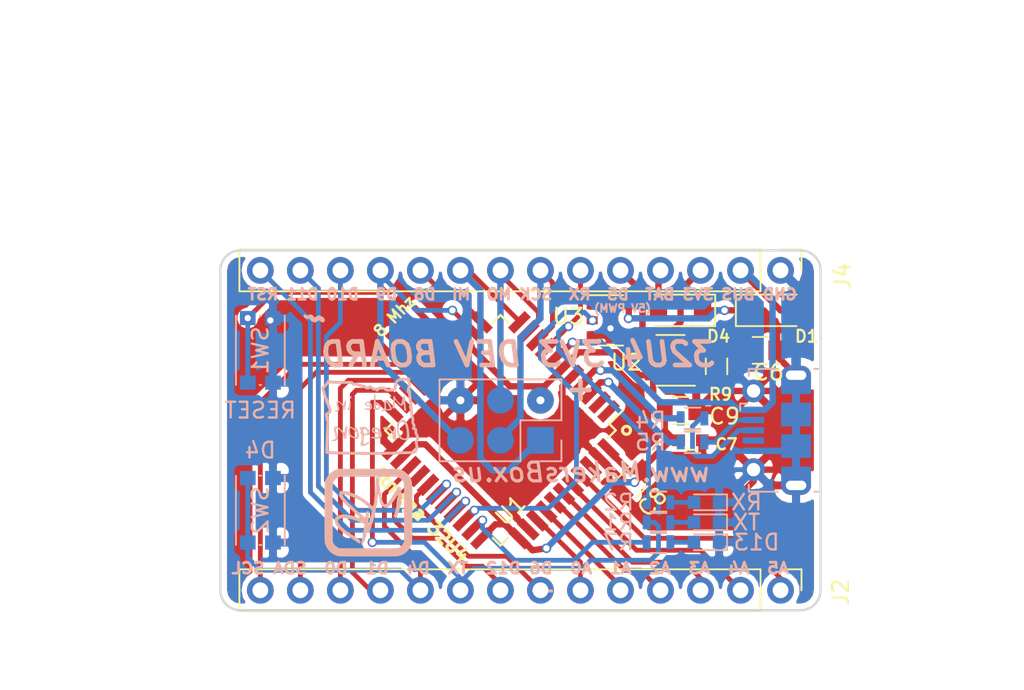
<source format=kicad_pcb>
(kicad_pcb (version 4) (host pcbnew 4.0.7)
  (layers (0 F.Cu signal) (31 B.Cu signal) (34 B.Paste user) (35 F.Paste user) (36 B.SilkS user) (37 F.SilkS user) (38 B.Mask user) (39 F.Mask user) (44 Edge.Cuts user))
  (net 0 "")
  (net 1 GND)
  (net 2 +3V3)
  (net 3 /AREF)
  (net 4 VBUS)
  (net 5 "Net-(D2-Pad2)")
  (net 6 +BATT)
  (net 7 /D4)
  (net 8 /D6)
  (net 9 /D8)
  (net 10 /D13)
  (net 11 /D12)
  (net 12 /D11)
  (net 13 /D10)
  (net 14 /D9)
  (net 15 /D7)
  (net 16 /SCL)
  (net 17 /SDA)
  (net 18 /D1)
  (net 19 /D0)
  (net 20 /A0)
  (net 21 /A1)
  (net 22 /A2)
  (net 23 /A3)
  (net 24 /A4)
  (net 25 /A5)
  (net 26 /SCK)
  (net 27 /MOSI)
  (net 28 /MISO)
  (net 29 "Net-(R4-Pad1)")
  (net 30 "Net-(R4-Pad2)")
  (net 31 "Net-(R5-Pad1)")
  (net 32 "Net-(R5-Pad2)")
  (net 33 "Net-(R9-Pad1)")
  (net 34 "Net-(U1-Pad2)")
  (net 35 "Net-(U1-Pad16)")
  (net 36 "Net-(U1-Pad17)")
  (net 37 /D5)
  (net 38 "Net-(U2-Pad4)")
  (net 39 "Net-(X3-Pad4)")
  (net 40 /RXLED)
  (net 41 /TXLED)
  (net 42 "Net-(D3-Pad2)")
  (net 43 "Net-(D5-Pad2)")
  (net 44 /VHI)
  (net 45 /D5_5V)
  (net 46 /~RESET)
  (module footprints:Resonator_SMD_CTSC_1.3mmx3.2mm (layer F.Cu) (at 141.605 91.44 45)
    (fp_text reference Y1 hide)
    (fp_text value "8 Mhz" (at -0.089803 -1.347038 45) (layer F.SilkS) (effects (font (size 0.7 0.7))))
    (pad 1 smd rect (at -1.2 0 45) (size 0.4 1.8) (layers F.Cu F.Paste F.Mask) (net 36 "Net-(U1-Pad17)"))
    (pad 2 smd rect (at 0 0 45) (size 0.4 1.8) (layers F.Cu F.Paste F.Mask) (net 1 GND))
    (pad 3 smd rect (at 1.2 0 45) (size 0.4 1.8) (layers F.Cu F.Paste F.Mask) (net 35 "Net-(U1-Pad16)"))
  )
  (module Pin_Headers:Pin_Header_Straight_2x03_Pitch2.54mm (layer B.Cu) (at 149.86 98.425 90)
    (fp_text reference CON1 hide)
    (fp_text value AVR-ISP-6)
    (pad 1 smd rect (at 0 0 90) (size 1.7 1.7) (layers B.Cu B.Paste B.Mask) (net 28 /MISO))
    (pad 2 thru_hole oval (at 2.54 0 90) (size 1.7 1.7) (drill 0.508) (layers *.Cu *.Mask) (net 2 +3V3))
    (pad 3 smd oval (at 0 -2.54 90) (size 1.7 1.7) (layers B.Cu B.Paste B.Mask) (net 26 /SCK))
    (pad 4 smd oval (at 2.54 -2.54 90) (size 1.7 1.7) (layers B.Cu B.Paste B.Mask) (net 27 /MOSI))
    (pad 5 smd oval (at 0 -5.08 90) (size 1.7 1.7) (layers B.Cu B.Paste B.Mask) (net 46 /~RESET))
    (pad 6 thru_hole oval (at 2.54 -5.08 90) (size 1.7 1.7) (drill 0.508) (layers *.Cu *.Mask) (net 1 GND))
  )
  (module Housings_SSOP:TSOP-5_1.65x3.05mm_Pitch0.95mm (layer F.Cu) (at 154.305 90.805)
    (fp_text reference U3 (at -2.667 -0.254) (layer F.SilkS))
    (fp_text value 74HCT1G125)
    (pad 1 smd rect (at -1.16 -0.95) (size 0.7 0.51) (layers F.Cu F.Paste F.Mask) (net 1 GND))
    (pad 2 smd rect (at -1.16 0) (size 0.7 0.51) (layers F.Cu F.Paste F.Mask) (net 37 /D5))
    (pad 3 smd rect (at -1.16 0.95) (size 0.7 0.51) (layers F.Cu F.Paste F.Mask) (net 1 GND))
    (pad 4 smd rect (at 1.16 0.95) (size 0.7 0.51) (layers F.Cu F.Paste F.Mask) (net 45 /D5_5V))
    (pad 5 smd rect (at 1.16 -0.95) (size 0.7 0.51) (layers F.Cu F.Paste F.Mask) (net 44 /VHI))
  )
  (module Capacitors_SMD:C_0805 (layer F.Cu) (at 163.83 92.71)
    (fp_text reference C6 (at 0.508 1.397) (layer F.SilkS))
    (fp_text value 10uF)
    (pad 1 smd rect (at -1 0) (size 1 1.25) (layers F.Cu F.Paste F.Mask) (net 44 /VHI))
    (pad 2 smd rect (at 1 0) (size 1 1.25) (layers F.Cu F.Paste F.Mask) (net 1 GND))
  )
  (module Capacitors_SMD:C_0603 (layer F.Cu) (at 159.385 98.425)
    (fp_text reference C7 (at 2.286 0.254) (layer F.SilkS) (effects (font (size 0.7 0.7))))
    (fp_text value 1uF)
    (pad 2 smd rect (at 0.75 0) (size 0.8 0.75) (layers F.Cu F.Paste F.Mask) (net 1 GND))
    (pad 1 smd rect (at -0.75 0) (size 0.8 0.75) (layers F.Cu F.Paste F.Mask) (net 2 +3V3))
  )
  (module Capacitors_SMD:C_0805 (layer F.Cu) (at 155.702 101.092 225)
    (fp_text reference C8 (at 0 -1.796051 225) (layer F.SilkS))
    (fp_text value 10uF)
    (pad 1 smd rect (at -1 0 225) (size 1 1.25) (layers F.Cu F.Paste F.Mask) (net 2 +3V3))
    (pad 2 smd rect (at 1 0 225) (size 1 1.25) (layers F.Cu F.Paste F.Mask) (net 1 GND))
  )
  (module Capacitors_SMD:C_0805 (layer F.Cu) (at 158.75 96.52)
    (fp_text reference C9 (at 2.794 0.381) (layer F.SilkS))
    (fp_text value 10uF)
    (pad 1 smd rect (at -1 0) (size 1 1.25) (layers F.Cu F.Paste F.Mask) (net 2 +3V3))
    (pad 2 smd rect (at 1 0) (size 1 1.25) (layers F.Cu F.Paste F.Mask) (net 1 GND))
  )
  (module Diodes_SMD:D_SOD-123F (layer F.Cu) (at 164.465 90.17)
    (fp_text reference D1 (at 2.286 1.651) (layer F.SilkS) (effects (font (size 0.75 0.75))))
    (fp_text value MBR120)
    (pad 1 smd rect (at -1.4 0) (size 1.1 1.1) (layers F.Cu F.Paste F.Mask) (net 44 /VHI))
    (pad 2 smd rect (at 1.4 0) (size 1.1 1.1) (layers F.Cu F.Paste F.Mask) (net 4 VBUS))
  )
  (module LEDs:LED_0603 (layer B.Cu) (at 160.401 104.902 180)
    (fp_text reference D2 hide)
    (fp_text value D13 (at -3.175 0 180) (layer B.SilkS) (effects (justify mirror)))
    (pad 2 smd rect (at 0.8 0) (size 0.8 0.8) (layers B.Cu B.Paste B.Mask) (net 5 "Net-(D2-Pad2)"))
    (pad 1 smd rect (at -0.8 0) (size 0.8 0.8) (layers B.Cu B.Paste B.Mask) (net 1 GND))
  )
  (module Diodes_SMD:D_SOD-123F (layer F.Cu) (at 158.75 90.17 180)
    (fp_text reference D4 (at -2.413 -1.651 180) (layer F.SilkS) (effects (font (size 0.75 0.75))))
    (fp_text value MBR120)
    (pad 1 smd rect (at -1.4 0 180) (size 1.1 1.1) (layers F.Cu F.Paste F.Mask) (net 44 /VHI))
    (pad 2 smd rect (at 1.4 0 180) (size 1.1 1.1) (layers F.Cu F.Paste F.Mask) (net 6 +BATT))
  )
  (module Pin_Headers:Pin_Header_Straight_1x14_Pitch2.54mm (layer F.Cu) (at 165.1 107.95 270)
    (fp_text reference J2 (at 0.127 -3.81 270) (layer F.SilkS))
    (fp_text value Conn_01x14)
    (pad 1 thru_hole circle (at 0 0 270) (size 1.7 1.7) (drill 1) (layers *.Cu *.Mask) (net 25 /A5))
    (pad 2 thru_hole oval (at 0 2.54 270) (size 1.7 1.7) (drill 1) (layers *.Cu *.Mask) (net 24 /A4))
    (pad 3 thru_hole oval (at 0 5.08 270) (size 1.7 1.7) (drill 1) (layers *.Cu *.Mask) (net 23 /A3))
    (pad 4 thru_hole oval (at 0 7.62 270) (size 1.7 1.7) (drill 1) (layers *.Cu *.Mask) (net 22 /A2))
    (pad 5 thru_hole oval (at 0 10.16 270) (size 1.7 1.7) (drill 1) (layers *.Cu *.Mask) (net 21 /A1))
    (pad 6 thru_hole oval (at 0 12.7 270) (size 1.7 1.7) (drill 1) (layers *.Cu *.Mask) (net 20 /A0))
    (pad 7 thru_hole oval (at 0 15.24 270) (size 1.7 1.7) (drill 1) (layers *.Cu *.Mask) (net 8 /D6))
    (pad 8 thru_hole oval (at 0 17.78 270) (size 1.7 1.7) (drill 1) (layers *.Cu *.Mask) (net 11 /D12))
    (pad 9 thru_hole oval (at 0 20.32 270) (size 1.7 1.7) (drill 1) (layers *.Cu *.Mask) (net 41 /TXLED))
    (pad 10 thru_hole oval (at 0 22.86 270) (size 1.7 1.7) (drill 1) (layers *.Cu *.Mask) (net 7 /D4))
    (pad 11 thru_hole oval (at 0 25.4 270) (size 1.7 1.7) (drill 1) (layers *.Cu *.Mask) (net 18 /D1))
    (pad 12 thru_hole oval (at 0 27.94 270) (size 1.7 1.7) (drill 1) (layers *.Cu *.Mask) (net 19 /D0))
    (pad 13 thru_hole oval (at 0 30.48 270) (size 1.7 1.7) (drill 1) (layers *.Cu *.Mask) (net 17 /SDA))
    (pad 14 thru_hole oval (at 0 33.02 270) (size 1.7 1.7) (drill 1) (layers *.Cu *.Mask) (net 16 /SCL))
  )
  (module Pin_Headers:Pin_Header_Straight_1x14_Pitch2.54mm (layer F.Cu) (at 165.1 87.63 270)
    (fp_text reference J4 (at 0.381 -3.937 270) (layer F.SilkS))
    (fp_text value Conn_01x14)
    (pad 1 thru_hole circle (at 0 0 270) (size 1.7 1.7) (drill 1) (layers *.Cu *.Mask) (net 1 GND))
    (pad 2 thru_hole oval (at 0 2.54 270) (size 1.7 1.7) (drill 1) (layers *.Cu *.Mask) (net 4 VBUS))
    (pad 3 thru_hole oval (at 0 5.08 270) (size 1.7 1.7) (drill 1) (layers *.Cu *.Mask) (net 2 +3V3))
    (pad 4 thru_hole oval (at 0 7.62 270) (size 1.7 1.7) (drill 1) (layers *.Cu *.Mask) (net 6 +BATT))
    (pad 5 thru_hole oval (at 0 10.16 270) (size 1.7 1.7) (drill 1) (layers *.Cu *.Mask) (net 45 /D5_5V))
    (pad 6 thru_hole oval (at 0 12.7 270) (size 1.7 1.7) (drill 1) (layers *.Cu *.Mask) (net 40 /RXLED))
    (pad 7 thru_hole oval (at 0 15.24 270) (size 1.7 1.7) (drill 1) (layers *.Cu *.Mask) (net 26 /SCK))
    (pad 8 thru_hole oval (at 0 17.78 270) (size 1.7 1.7) (drill 1) (layers *.Cu *.Mask) (net 27 /MOSI))
    (pad 9 thru_hole oval (at 0 20.32 270) (size 1.7 1.7) (drill 1) (layers *.Cu *.Mask) (net 28 /MISO))
    (pad 10 thru_hole oval (at 0 22.86 270) (size 1.7 1.7) (drill 1) (layers *.Cu *.Mask) (net 12 /D11))
    (pad 11 thru_hole oval (at 0 25.4 270) (size 1.7 1.7) (drill 1) (layers *.Cu *.Mask) (net 46 /~RESET))
    (pad 12 thru_hole oval (at 0 27.94 270) (size 1.7 1.7) (drill 1) (layers *.Cu *.Mask) (net 9 /D8))
    (pad 13 thru_hole oval (at 0 30.48 270) (size 1.7 1.7) (drill 1) (layers *.Cu *.Mask) (net 14 /D9))
    (pad 14 thru_hole oval (at 0 33.02 270) (size 1.7 1.7) (drill 1) (layers *.Cu *.Mask) (net 13 /D10))
  )
  (module Resistors_SMD:R_0603 (layer B.Cu) (at 159.512 97.028)
    (fp_text reference R4 (at -2.667 0.127) (layer B.SilkS) (effects (justify mirror)))
    (fp_text value 22)
    (pad 1 smd rect (at -0.75 0) (size 0.5 0.9) (layers B.Cu B.Paste B.Mask) (net 29 "Net-(R4-Pad1)"))
    (pad 2 smd rect (at 0.75 0) (size 0.5 0.9) (layers B.Cu B.Paste B.Mask) (net 30 "Net-(R4-Pad2)"))
  )
  (module Resistors_SMD:R_0603 (layer B.Cu) (at 159.512 98.552)
    (fp_text reference R5 (at -2.667 0) (layer B.SilkS) (effects (justify mirror)))
    (fp_text value 22)
    (pad 1 smd rect (at -0.75 0) (size 0.5 0.9) (layers B.Cu B.Paste B.Mask) (net 31 "Net-(R5-Pad1)"))
    (pad 2 smd rect (at 0.75 0) (size 0.5 0.9) (layers B.Cu B.Paste B.Mask) (net 32 "Net-(R5-Pad2)"))
  )
  (module Resistors_SMD:R_0603 (layer B.Cu) (at 157.353 104.902 180)
    (fp_text reference R7 (at 2.54 0 180) (layer B.SilkS) (effects (justify mirror)))
    (fp_text value 180)
    (pad 1 smd rect (at -0.75 0 180) (size 0.5 0.9) (layers B.Cu B.Paste B.Mask) (net 5 "Net-(D2-Pad2)"))
    (pad 2 smd rect (at 0.75 0 180) (size 0.5 0.9) (layers B.Cu B.Paste B.Mask) (net 10 /D13))
  )
  (module Resistors_SMD:R_0603 (layer F.Cu) (at 161.036 93.726 270)
    (fp_text reference R9 (at 1.778 -0.254 360) (layer F.SilkS) (effects (font (size 0.75 0.75))))
    (fp_text value 100K)
    (pad 1 smd rect (at -0.75 0 270) (size 0.5 0.9) (layers F.Cu F.Paste F.Mask) (net 33 "Net-(R9-Pad1)"))
    (pad 2 smd rect (at 0.75 0 270) (size 0.5 0.9) (layers F.Cu F.Paste F.Mask) (net 44 /VHI))
  )
  (module Buttons_Switches_SMD:SW_SPST_KMR2 (layer B.Cu) (at 132.08 92.71 90)
    (fp_text reference SW1 (at 0 0 90) (layer B.SilkS) (effects (justify mirror)))
    (fp_text value RESET (at -3.81 0 180) (layer B.SilkS) (effects (justify mirror)))
    (pad 1 smd rect (at -2.05 0.8 90) (size 0.9 1) (layers B.Cu B.Paste B.Mask) (net 1 GND))
    (pad 2 smd rect (at -2.05 -0.8 90) (size 0.9 1) (layers B.Cu B.Paste B.Mask) (net 46 /~RESET))
    (pad 1 smd rect (at 2.05 0.8 90) (size 0.9 1) (layers B.Cu B.Paste B.Mask) (net 1 GND))
    (pad 2 smd rect (at 2.05 -0.8 90) (size 0.9 1) (layers B.Cu B.Paste B.Mask) (net 46 /~RESET))
  )
  (module Housings_QFP:TQFP-44_10x10mm_Pitch0.8mm (layer F.Cu) (at 147.32 97.79 225)
    (fp_text reference U1 (at 3.14309 -4.041115 225) (layer F.SilkS))
    (fp_text value ATMEGA32U4-AU)
    (pad 1 smd rect (at -5.7 -4 225) (size 1.5 0.55) (layers F.Cu F.Paste F.Mask) (net 15 /D7))
    (pad 2 smd rect (at -5.7 -3.2 225) (size 1.5 0.55) (layers F.Cu F.Paste F.Mask) (net 34 "Net-(U1-Pad2)"))
    (pad 3 smd rect (at -5.7 -2.4 225) (size 1.5 0.55) (layers F.Cu F.Paste F.Mask) (net 31 "Net-(R5-Pad1)"))
    (pad 4 smd rect (at -5.7 -1.6 225) (size 1.5 0.55) (layers F.Cu F.Paste F.Mask) (net 29 "Net-(R4-Pad1)"))
    (pad 5 smd rect (at -5.7 -0.8 225) (size 1.5 0.55) (layers F.Cu F.Paste F.Mask) (net 1 GND))
    (pad 6 smd rect (at -5.7 0 225) (size 1.5 0.55) (layers F.Cu F.Paste F.Mask) (net 2 +3V3))
    (pad 7 smd rect (at -5.7 0.8 225) (size 1.5 0.55) (layers F.Cu F.Paste F.Mask) (net 4 VBUS))
    (pad 8 smd rect (at -5.7 1.6 225) (size 1.5 0.55) (layers F.Cu F.Paste F.Mask) (net 40 /RXLED))
    (pad 9 smd rect (at -5.7 2.4 225) (size 1.5 0.55) (layers F.Cu F.Paste F.Mask) (net 26 /SCK))
    (pad 10 smd rect (at -5.7 3.2 225) (size 1.5 0.55) (layers F.Cu F.Paste F.Mask) (net 27 /MOSI))
    (pad 11 smd rect (at -5.7 4 225) (size 1.5 0.55) (layers F.Cu F.Paste F.Mask) (net 28 /MISO))
    (pad 12 smd rect (at -4 5.7 315) (size 1.5 0.55) (layers F.Cu F.Paste F.Mask) (net 12 /D11))
    (pad 13 smd rect (at -3.2 5.7 315) (size 1.5 0.55) (layers F.Cu F.Paste F.Mask) (net 46 /~RESET))
    (pad 14 smd rect (at -2.4 5.7 315) (size 1.5 0.55) (layers F.Cu F.Paste F.Mask) (net 2 +3V3))
    (pad 15 smd rect (at -1.6 5.7 315) (size 1.5 0.55) (layers F.Cu F.Paste F.Mask) (net 1 GND))
    (pad 16 smd rect (at -0.8 5.7 315) (size 1.5 0.55) (layers F.Cu F.Paste F.Mask) (net 35 "Net-(U1-Pad16)"))
    (pad 17 smd rect (at 0 5.7 315) (size 1.5 0.55) (layers F.Cu F.Paste F.Mask) (net 36 "Net-(U1-Pad17)"))
    (pad 18 smd rect (at 0.8 5.7 315) (size 1.5 0.55) (layers F.Cu F.Paste F.Mask) (net 16 /SCL))
    (pad 19 smd rect (at 1.6 5.7 315) (size 1.5 0.55) (layers F.Cu F.Paste F.Mask) (net 17 /SDA))
    (pad 20 smd rect (at 2.4 5.7 315) (size 1.5 0.55) (layers F.Cu F.Paste F.Mask) (net 19 /D0))
    (pad 21 smd rect (at 3.2 5.7 315) (size 1.5 0.55) (layers F.Cu F.Paste F.Mask) (net 18 /D1))
    (pad 22 smd rect (at 4 5.7 315) (size 1.5 0.55) (layers F.Cu F.Paste F.Mask) (net 41 /TXLED))
    (pad 23 smd rect (at 5.7 4 225) (size 1.5 0.55) (layers F.Cu F.Paste F.Mask) (net 1 GND))
    (pad 24 smd rect (at 5.7 3.2 225) (size 1.5 0.55) (layers F.Cu F.Paste F.Mask) (net 2 +3V3))
    (pad 25 smd rect (at 5.7 2.4 225) (size 1.5 0.55) (layers F.Cu F.Paste F.Mask) (net 7 /D4))
    (pad 26 smd rect (at 5.7 1.6 225) (size 1.5 0.55) (layers F.Cu F.Paste F.Mask) (net 11 /D12))
    (pad 27 smd rect (at 5.7 0.8 225) (size 1.5 0.55) (layers F.Cu F.Paste F.Mask) (net 8 /D6))
    (pad 28 smd rect (at 5.7 0 225) (size 1.5 0.55) (layers F.Cu F.Paste F.Mask) (net 9 /D8))
    (pad 29 smd rect (at 5.7 -0.8 225) (size 1.5 0.55) (layers F.Cu F.Paste F.Mask) (net 14 /D9))
    (pad 30 smd rect (at 5.7 -1.6 225) (size 1.5 0.55) (layers F.Cu F.Paste F.Mask) (net 13 /D10))
    (pad 31 smd rect (at 5.7 -2.4 225) (size 1.5 0.55) (layers F.Cu F.Paste F.Mask) (net 37 /D5))
    (pad 32 smd rect (at 5.7 -3.2 225) (size 1.5 0.55) (layers F.Cu F.Paste F.Mask) (net 10 /D13))
    (pad 33 smd rect (at 5.7 -4 225) (size 1.5 0.55) (layers F.Cu F.Paste F.Mask) (net 2 +3V3))
    (pad 34 smd rect (at 4 -5.7 315) (size 1.5 0.55) (layers F.Cu F.Paste F.Mask) (net 2 +3V3))
    (pad 35 smd rect (at 3.2 -5.7 315) (size 1.5 0.55) (layers F.Cu F.Paste F.Mask) (net 1 GND))
    (pad 36 smd rect (at 2.4 -5.7 315) (size 1.5 0.55) (layers F.Cu F.Paste F.Mask) (net 20 /A0))
    (pad 37 smd rect (at 1.6 -5.7 315) (size 1.5 0.55) (layers F.Cu F.Paste F.Mask) (net 21 /A1))
    (pad 38 smd rect (at 0.8 -5.7 315) (size 1.5 0.55) (layers F.Cu F.Paste F.Mask) (net 22 /A2))
    (pad 39 smd rect (at 0 -5.7 315) (size 1.5 0.55) (layers F.Cu F.Paste F.Mask) (net 23 /A3))
    (pad 40 smd rect (at -0.8 -5.7 315) (size 1.5 0.55) (layers F.Cu F.Paste F.Mask) (net 24 /A4))
    (pad 41 smd rect (at -1.6 -5.7 315) (size 1.5 0.55) (layers F.Cu F.Paste F.Mask) (net 25 /A5))
    (pad 42 smd rect (at -2.4 -5.7 315) (size 1.5 0.55) (layers F.Cu F.Paste F.Mask) (net 3 /AREF))
    (pad 43 smd rect (at -3.2 -5.7 315) (size 1.5 0.55) (layers F.Cu F.Paste F.Mask) (net 1 GND))
    (pad 44 smd rect (at -4 -5.7 315) (size 1.5 0.55) (layers F.Cu F.Paste F.Mask) (net 2 +3V3))
  )
  (module TO_SOT_Packages_SMD:SOT-23-5 (layer F.Cu) (at 158.115 93.345 180)
    (fp_text reference U2 (at 2.794 -0.127 180) (layer F.SilkS))
    (fp_text value MIC5225-3.3)
    (pad 1 smd rect (at -1.1 -0.95 180) (size 1.06 0.65) (layers F.Cu F.Paste F.Mask) (net 44 /VHI))
    (pad 2 smd rect (at -1.1 0 180) (size 1.06 0.65) (layers F.Cu F.Paste F.Mask) (net 1 GND))
    (pad 3 smd rect (at -1.1 0.95 180) (size 1.06 0.65) (layers F.Cu F.Paste F.Mask) (net 33 "Net-(R9-Pad1)"))
    (pad 4 smd rect (at 1.1 0.95 180) (size 1.06 0.65) (layers F.Cu F.Paste F.Mask) (net 38 "Net-(U2-Pad4)"))
    (pad 5 smd rect (at 1.1 -0.95 180) (size 1.06 0.65) (layers F.Cu F.Paste F.Mask) (net 2 +3V3))
  )
  (module Connectors_USB:USB_Micro-B_Molex-105017-0001 (layer B.Cu) (at 165.735 97.79 270)
    (fp_text reference X3 hide)
    (fp_text value USB_OTG)
    (pad 6 smd rect (at 1 -0.35 270) (size 1.5 1.9) (layers B.Cu B.Paste B.Mask) (net 1 GND))
    (pad 6 thru_hole circle (at -2.5 2.35 270) (size 1.45 1.45) (drill 0.85) (layers *.Cu *.Mask) (net 1 GND))
    (pad 2 smd rect (at -0.65 2.35 270) (size 0.4 1.35) (layers B.Cu B.Paste B.Mask) (net 32 "Net-(R5-Pad2)"))
    (pad 1 smd rect (at -1.3 2.35 270) (size 0.4 1.35) (layers B.Cu B.Paste B.Mask) (net 4 VBUS))
    (pad 5 smd rect (at 1.3 2.35 270) (size 0.4 1.35) (layers B.Cu B.Paste B.Mask) (net 1 GND))
    (pad 4 smd rect (at 0.65 2.35 270) (size 0.4 1.35) (layers B.Cu B.Paste B.Mask) (net 39 "Net-(X3-Pad4)"))
    (pad 3 smd rect (at 0 2.35 270) (size 0.4 1.35) (layers B.Cu B.Paste B.Mask) (net 30 "Net-(R4-Pad2)"))
    (pad 6 thru_hole circle (at 2.5 2.35 270) (size 1.45 1.45) (drill 0.85) (layers *.Cu *.Mask) (net 1 GND))
    (pad 6 smd rect (at -1 -0.35 270) (size 1.5 1.9) (layers B.Cu B.Paste B.Mask) (net 1 GND))
    (pad 6 thru_hole oval (at -3.5 -0.35 90) (size 1.2 1.9) (drill oval 0.6 1.3) (layers *.Cu *.Mask) (net 1 GND))
    (pad 6 thru_hole oval (at 3.5 -0.35 270) (size 1.2 1.9) (drill oval 0.6 1.3) (layers *.Cu *.Mask) (net 1 GND))
    (pad 6 smd rect (at 2.9 -0.35 270) (size 1.2 1.9) (layers B.Cu B.Mask) (net 1 GND))
    (pad 6 smd rect (at -2.9 -0.35 270) (size 1.2 1.9) (layers B.Cu B.Mask) (net 1 GND))
  )
  (module LEDs:LED_0603 (layer B.Cu) (at 160.401 103.632 180)
    (fp_text reference D3 hide)
    (fp_text value TX (at -2.54 0 180) (layer B.SilkS) (effects (justify mirror)))
    (pad 2 smd rect (at 0.8 0) (size 0.8 0.8) (layers B.Cu B.Paste B.Mask) (net 42 "Net-(D3-Pad2)"))
    (pad 1 smd rect (at -0.8 0) (size 0.8 0.8) (layers B.Cu B.Paste B.Mask) (net 1 GND))
  )
  (module LEDs:LED_0603 (layer B.Cu) (at 160.401 102.362 180)
    (fp_text reference D5 hide)
    (fp_text value RX (at -2.54 0 180) (layer B.SilkS) (effects (justify mirror)))
    (pad 2 smd rect (at 0.8 0) (size 0.8 0.8) (layers B.Cu B.Paste B.Mask) (net 43 "Net-(D5-Pad2)"))
    (pad 1 smd rect (at -0.8 0) (size 0.8 0.8) (layers B.Cu B.Paste B.Mask) (net 1 GND))
  )
  (module Resistors_SMD:R_0603 (layer B.Cu) (at 157.353 103.632 180)
    (fp_text reference R1 (at 2.54 0 180) (layer B.SilkS) (effects (justify mirror)))
    (fp_text value 180)
    (pad 1 smd rect (at -0.75 0 180) (size 0.5 0.9) (layers B.Cu B.Paste B.Mask) (net 42 "Net-(D3-Pad2)"))
    (pad 2 smd rect (at 0.75 0 180) (size 0.5 0.9) (layers B.Cu B.Paste B.Mask) (net 41 /TXLED))
  )
  (module Resistors_SMD:R_0603 (layer B.Cu) (at 157.353 102.362 180)
    (fp_text reference R2 (at 2.54 0 180) (layer B.SilkS) (effects (justify mirror)))
    (fp_text value 180)
    (pad 1 smd rect (at -0.75 0 180) (size 0.5 0.9) (layers B.Cu B.Paste B.Mask) (net 43 "Net-(D5-Pad2)"))
    (pad 2 smd rect (at 0.75 0 180) (size 0.5 0.9) (layers B.Cu B.Paste B.Mask) (net 40 /RXLED))
  )
  (module Buttons_Switches_SMD:SW_SPST_KMR2 (layer B.Cu) (at 132.08 102.87 270)
    (fp_text reference SW2 (at 0 0 270) (layer B.SilkS) (effects (justify mirror)))
    (fp_text value D4 (at -3.81 0 360) (layer B.SilkS) (effects (justify mirror)))
    (pad 1 smd rect (at -2.05 0.8 270) (size 0.9 1) (layers B.Cu B.Paste B.Mask) (net 7 /D4))
    (pad 2 smd rect (at -2.05 -0.8 270) (size 0.9 1) (layers B.Cu B.Paste B.Mask) (net 1 GND))
    (pad 1 smd rect (at 2.05 0.8 270) (size 0.9 1) (layers B.Cu B.Paste B.Mask) (net 7 /D4))
    (pad 2 smd rect (at 2.05 -0.8 270) (size 0.9 1) (layers B.Cu B.Paste B.Mask) (net 1 GND))
  )
  (module myFootPrints:MB225rev (layer F.Cu) (at 138.938 102.997)
    (fp_text reference VAL hide)
    (fp_text value MB225rev hide)
  )
  (module myFootPrints:MadeInOregonRev25 (layer F.Cu) (at 139.065 96.901)
    (fp_text reference VAL hide)
    (fp_text value MadeInOregonRev25 hide)
  )
  (gr_text + (at 152.4 95.123) (layer B.SilkS) (effects (font (size 1.5 1.5) (thickness 0.3)) (justify mirror)))
  (gr_text "GND BUS 3V3 BAT  D5  RX  SCK MO  MI  D8  D9  D10 D11 RST" (at 166.243 89.154) (layer B.SilkS) (effects (font (size 0.7 0.7) (thickness 0.175)) (justify left mirror)))
  (gr_line (start 129.54 107.95) (end 129.54 87.63) (angle 90) (layer Edge.Cuts) (width 0.15))
  (gr_line (start 167.64 107.95) (end 167.64 87.63) (angle 90) (layer Edge.Cuts) (width 0.15))
  (gr_circle (center 155.321 97.79) (end 155.321 97.536) (layer F.SilkS) (width 0.2))
  (gr_text www.MakersBox.us (at 160.782 100.457) (layer B.SilkS) (effects (font (size 1.2 1.2) (thickness 0.2) italic) (justify left mirror)))
  (gr_text "32U4 3V3 DEV BOARD" (at 161.163 92.964) (layer B.SilkS) (effects (font (size 1.5 1.5) (thickness 0.3) italic) (justify left mirror)))
  (gr_text "(5V PWM)" (at 155.067 90.043) (layer B.SilkS) (effects (font (size 0.5 0.5) (thickness 0.125)) (justify mirror)))
  (gr_text _ (at 149.987 107.442) (layer B.SilkS) (effects (font (size 1 1.5) (thickness 0.2)) (justify mirror)))
  (gr_text ~ (at 135.636 90.678) (layer B.SilkS) (effects (font (size 1.5 1.5) (thickness 0.3)) (justify mirror)))
  (gr_text ~ (at 135.128 90.551) (layer B.SilkS) (effects (font (size 1 1) (thickness 0.2)) (justify mirror)))
  (gr_text "Atmega 32U4" (at 142.24 103.124 315) (layer F.SilkS) (effects (font (size 0.8 0.8) (thickness 0.2))))
  (gr_text "A5  A4  A3  A2  A1  A0  D6 D12  TX  D4  D1  D0  SDA SCL" (at 165.735 106.553) (layer B.SilkS) (effects (font (size 0.7 0.75) (thickness 0.175)) (justify left mirror)))
  (gr_line (start 166.37 86.36) (end 130.81 86.36) (angle 90) (layer Edge.Cuts) (width 0.15))
  (gr_line (start 130.81 109.22) (end 166.37 109.22) (angle 90) (layer Edge.Cuts) (width 0.15))
  (gr_arc (start 130.81 107.95) (end 130.81 109.22) (angle 90) (layer Edge.Cuts) (width 0.15))
  (gr_arc (start 130.81 87.63) (end 129.54 87.63) (angle 90) (layer Edge.Cuts) (width 0.15))
  (gr_arc (start 166.37 87.63) (end 166.37 86.36) (angle 90) (layer Edge.Cuts) (width 0.15))
  (gr_arc (start 166.37 107.95) (end 167.64 107.95) (angle 90) (layer Edge.Cuts) (width 0.15))
  (segment (start 141.732 89.281) (end 140.97 90.043) (width 0.3048) (layer F.Cu) (net 1))
  (segment (start 142.113 89.281) (end 141.732 89.281) (width 0.3048) (layer F.Cu) (net 1))
  (segment (start 142.367 89.535) (end 142.113 89.281) (width 0.3048) (layer F.Cu) (net 1))
  (segment (start 140.97 90.043) (end 140.97 90.805) (width 0.3048) (layer F.Cu) (net 1))
  (segment (start 140.97 90.805) (end 141.605 91.44) (width 0.3048) (layer F.Cu) (net 1))
  (segment (start 161.201 102.362) (end 161.201 101.308) (width 0.3048) (layer B.Cu) (net 1))
  (segment (start 162.219 100.29) (end 163.385 100.29) (width 0.3048) (layer B.Cu) (net 1))
  (segment (start 161.201 101.308) (end 162.219 100.29) (width 0.3048) (layer B.Cu) (net 1))
  (via (at 154.305 91.313) (size 0.6) (drill 0.4) (layers F.Cu B.Cu) (net 1))
  (segment (start 163.385 95.29) (end 162.71 94.615) (width 0.4064) (layer B.Cu) (net 1))
  (segment (start 157.607 94.615) (end 162.71 94.615) (width 0.4064) (layer B.Cu) (net 1))
  (segment (start 157.607 94.615) (end 154.305 91.313) (width 0.4064) (layer B.Cu) (net 1))
  (segment (start 153.145 91.755) (end 153.863 91.755) (width 0.4064) (layer F.Cu) (net 1))
  (segment (start 153.863 91.755) (end 154.305 91.313) (width 0.4064) (layer F.Cu) (net 1))
  (segment (start 153.99 89.855) (end 153.145 89.855) (width 0.4064) (layer F.Cu) (net 1))
  (segment (start 154.305 91.313) (end 154.305 90.17) (width 0.4064) (layer F.Cu) (net 1))
  (segment (start 154.305 90.17) (end 153.99 89.855) (width 0.4064) (layer F.Cu) (net 1))
  (segment (start 151.916194 94.325177) (end 151.916194 94.336806) (width 0.4064) (layer F.Cu) (net 1))
  (segment (start 151.916194 94.336806) (end 151.257 94.996) (width 0.4064) (layer F.Cu) (net 1))
  (segment (start 151.257 97.201517) (end 153.61325 99.557767) (width 0.4064) (layer F.Cu) (net 1))
  (segment (start 151.257 94.996) (end 151.257 97.201517) (width 0.4064) (layer F.Cu) (net 1))
  (segment (start 159.215 93.345) (end 158.623 93.345) (width 0.4064) (layer F.Cu) (net 1))
  (segment (start 158.242 95.012) (end 159.75 96.52) (width 0.4064) (layer F.Cu) (net 1))
  (segment (start 158.242 93.726) (end 158.242 95.012) (width 0.4064) (layer F.Cu) (net 1))
  (segment (start 158.623 93.345) (end 158.242 93.726) (width 0.4064) (layer F.Cu) (net 1))
  (segment (start 163.385 95.29) (end 160.98 95.29) (width 0.4064) (layer F.Cu) (net 1))
  (segment (start 160.98 95.29) (end 159.75 96.52) (width 0.4064) (layer F.Cu) (net 1))
  (segment (start 164.83 92.71) (end 164.83 93.035) (width 0.4064) (layer F.Cu) (net 1))
  (segment (start 164.83 93.035) (end 166.085 94.29) (width 0.4064) (layer F.Cu) (net 1))
  (segment (start 166.085 94.29) (end 166.085 88.615) (width 0.6096) (layer B.Cu) (net 1))
  (segment (start 166.085 88.615) (end 165.1 87.63) (width 0.6096) (layer B.Cu) (net 1))
  (segment (start 141.478 98.044) (end 142.621 98.044) (width 0.4064) (layer F.Cu) (net 1))
  (segment (start 140.529918 98.992082) (end 141.478 98.044) (width 0.4064) (layer F.Cu) (net 1))
  (segment (start 142.621 98.044) (end 144.78 95.885) (width 0.4064) (layer F.Cu) (net 1))
  (segment (start 146.05 94.615) (end 144.78 95.885) (width 0.4064) (layer F.Cu) (net 1))
  (segment (start 141.605 91.44) (end 139.7 89.535) (width 0.3048) (layer F.Cu) (net 1))
  (segment (start 132.715 90.805) (end 132.86 90.66) (width 0.3048) (layer B.Cu) (net 1))
  (via (at 132.715 90.805) (size 0.6) (drill 0.4) (layers F.Cu B.Cu) (net 1))
  (segment (start 133.985 89.535) (end 132.715 90.805) (width 0.3048) (layer F.Cu) (net 1))
  (segment (start 139.7 89.535) (end 133.985 89.535) (width 0.3048) (layer F.Cu) (net 1))
  (segment (start 132.86 90.66) (end 132.88 90.66) (width 0.3048) (layer B.Cu) (net 1))
  (segment (start 132.88 94.76) (end 132.88 90.66) (width 0.3048) (layer B.Cu) (net 1))
  (segment (start 132.88 100.82) (end 132.88 94.76) (width 0.3048) (layer B.Cu) (net 1))
  (segment (start 132.88 104.92) (end 132.88 100.82) (width 0.3048) (layer B.Cu) (net 1))
  (segment (start 140.461064 98.992082) (end 140.461064 98.933936) (width 0.3048) (layer F.Cu) (net 1))
  (segment (start 163.36 100.315) (end 163.385 100.29) (width 0.3048) (layer B.Cu) (net 1))
  (segment (start 161.201 103.632) (end 161.201 102.362) (width 0.3048) (layer B.Cu) (net 1))
  (segment (start 161.201 104.902) (end 161.201 103.632) (width 0.3048) (layer B.Cu) (net 1))
  (segment (start 144.420862 92.62812) (end 144.420862 92.604862) (width 0.3048) (layer F.Cu) (net 1))
  (segment (start 144.420862 92.604862) (end 143.891 92.075) (width 0.3048) (layer F.Cu) (net 1))
  (segment (start 140.97 90.805) (end 141.605 91.44) (width 0.3048) (layer F.Cu) (net 1))
  (segment (start 143.891 91.059) (end 142.367 89.535) (width 0.3048) (layer F.Cu) (net 1))
  (segment (start 142.367 89.535) (end 142.363802 89.531802) (width 0.3048) (layer F.Cu) (net 1))
  (segment (start 143.891 92.075) (end 143.891 91.059) (width 0.3048) (layer F.Cu) (net 1))
  (segment (start 149.087767 104.08325) (end 149.04125 104.08325) (width 0.4064) (layer F.Cu) (net 1))
  (segment (start 149.04125 104.08325) (end 146.05 101.092) (width 0.4064) (layer F.Cu) (net 1))
  (segment (start 146.05 101.092) (end 146.05 96.266) (width 0.4064) (layer F.Cu) (net 1))
  (segment (start 153.61325 99.557767) (end 153.61325 99.51125) (width 0.4064) (layer F.Cu) (net 1))
  (segment (start 151.916194 94.325177) (end 151.916194 94.463806) (width 0.4064) (layer F.Cu) (net 1))
  (segment (start 140.461064 98.992082) (end 140.529918 98.992082) (width 0.4064) (layer F.Cu) (net 1))
  (segment (start 146.05 96.266) (end 146.05 94.615) (width 0.4064) (layer F.Cu) (net 1))
  (segment (start 146.05 94.615) (end 146.05 94.257258) (width 0.4064) (layer F.Cu) (net 1))
  (segment (start 146.05 94.257258) (end 144.420862 92.62812) (width 0.4064) (layer F.Cu) (net 1))
  (segment (start 153.61325 99.557767) (end 153.659767 99.557767) (width 0.4064) (layer F.Cu) (net 1))
  (segment (start 153.659767 99.557767) (end 154.994893 100.892893) (width 0.4064) (layer F.Cu) (net 1))
  (segment (start 154.994893 100.892893) (end 154.994893 101.799107) (width 0.4064) (layer F.Cu) (net 1))
  (segment (start 154.994893 101.799107) (end 154.994893 101.908893) (width 0.4064) (layer F.Cu) (net 1))
  (segment (start 154.994893 101.908893) (end 156.21 103.124) (width 0.4064) (layer F.Cu) (net 1))
  (segment (start 156.21 103.124) (end 161.29 103.124) (width 0.4064) (layer F.Cu) (net 1))
  (segment (start 161.29 103.124) (end 163.385 101.029) (width 0.4064) (layer F.Cu) (net 1))
  (segment (start 163.385 101.029) (end 163.385 100.29) (width 0.4064) (layer F.Cu) (net 1))
  (segment (start 163.385 100.29) (end 165.085 100.29) (width 0.4064) (layer F.Cu) (net 1))
  (segment (start 165.085 100.29) (end 166.085 101.29) (width 0.4064) (layer F.Cu) (net 1))
  (segment (start 163.385 95.29) (end 165.085 95.29) (width 0.4064) (layer F.Cu) (net 1))
  (segment (start 165.085 95.29) (end 166.085 94.29) (width 0.4064) (layer F.Cu) (net 1))
  (segment (start 163.385 99.09) (end 165.785 99.09) (width 0.4064) (layer B.Cu) (net 1))
  (segment (start 165.785 99.09) (end 166.085 98.79) (width 0.4064) (layer B.Cu) (net 1))
  (segment (start 166.085 96.79) (end 166.085 94.29) (width 0.4064) (layer B.Cu) (net 1))
  (segment (start 166.085 98.79) (end 166.085 96.79) (width 0.4064) (layer B.Cu) (net 1))
  (segment (start 166.085 101.29) (end 166.085 98.79) (width 0.4064) (layer B.Cu) (net 1))
  (segment (start 166.37 94.005) (end 166.085 94.29) (width 0.4064) (layer B.Cu) (net 1))
  (segment (start 148.522082 104.648936) (end 148.590936 104.648936) (width 0.4064) (layer F.Cu) (net 2))
  (segment (start 148.590936 104.648936) (end 149.352 105.41) (width 0.4064) (layer F.Cu) (net 2))
  (via (at 155.829 101.092) (size 0.6) (drill 0.4) (layers F.Cu B.Cu) (net 2))
  (segment (start 156.409107 100.511893) (end 155.829 101.092) (width 0.4064) (layer F.Cu) (net 2))
  (segment (start 154.432 101.092) (end 155.829 101.092) (width 0.4064) (layer B.Cu) (net 2))
  (segment (start 150.241 105.283) (end 154.432 101.092) (width 0.4064) (layer B.Cu) (net 2))
  (via (at 150.241 105.283) (size 0.6) (drill 0.4) (layers F.Cu B.Cu) (net 2))
  (segment (start 149.352 105.41) (end 150.241 105.283) (width 0.4064) (layer F.Cu) (net 2))
  (segment (start 157.015 94.295) (end 157.015 93.937) (width 0.4064) (layer F.Cu) (net 2))
  (segment (start 158.75 88.9) (end 160.02 87.63) (width 0.4064) (layer F.Cu) (net 2))
  (segment (start 158.75 90.932) (end 158.75 88.9) (width 0.4064) (layer F.Cu) (net 2))
  (segment (start 158.242 91.44) (end 158.75 90.932) (width 0.4064) (layer F.Cu) (net 2))
  (segment (start 158.242 92.71) (end 158.242 91.44) (width 0.4064) (layer F.Cu) (net 2))
  (segment (start 157.015 93.937) (end 158.242 92.71) (width 0.4064) (layer F.Cu) (net 2))
  (segment (start 158.635 98.425) (end 158.369 98.425) (width 0.4064) (layer F.Cu) (net 2))
  (segment (start 158.369 98.425) (end 157.75 97.806) (width 0.4064) (layer F.Cu) (net 2))
  (segment (start 157.75 97.806) (end 157.75 96.52) (width 0.4064) (layer F.Cu) (net 2))
  (segment (start 156.409107 100.384893) (end 156.409107 100.130893) (width 0.4064) (layer F.Cu) (net 2))
  (segment (start 156.409107 100.130893) (end 158.115 98.425) (width 0.4064) (layer F.Cu) (net 2))
  (segment (start 158.115 98.425) (end 158.635 98.425) (width 0.4064) (layer F.Cu) (net 2))
  (segment (start 157.015 94.295) (end 156.144 94.295) (width 0.4064) (layer F.Cu) (net 2))
  (segment (start 155.763 93.914) (end 154.686 92.837) (width 0.4064) (layer F.Cu) (net 2))
  (segment (start 154.686 92.837) (end 152.273 92.837) (width 0.4064) (layer F.Cu) (net 2))
  (segment (start 152.273 92.837) (end 151.350509 93.759491) (width 0.4064) (layer F.Cu) (net 2))
  (segment (start 156.144 94.295) (end 155.763 93.914) (width 0.4064) (layer F.Cu) (net 2))
  (segment (start 157.75 96.52) (end 157.75 96.282) (width 0.4064) (layer F.Cu) (net 2))
  (segment (start 157.75 96.282) (end 157.015 95.547) (width 0.4064) (layer F.Cu) (net 2))
  (segment (start 157.015 95.547) (end 157.015 94.295) (width 0.4064) (layer F.Cu) (net 2))
  (segment (start 150.114 94.996) (end 150.114 95.631) (width 0.4064) (layer F.Cu) (net 2))
  (segment (start 150.114 95.631) (end 149.86 95.885) (width 0.4064) (layer F.Cu) (net 2))
  (segment (start 156.409107 100.384893) (end 156.409107 100.511893) (width 0.4064) (layer F.Cu) (net 2))
  (segment (start 148.522082 104.715918) (end 148.522082 104.648936) (width 0.4064) (layer F.Cu) (net 2))
  (segment (start 141.02675 99.557767) (end 141.02675 99.51125) (width 0.4064) (layer F.Cu) (net 2))
  (segment (start 141.02675 99.51125) (end 141.859 98.679) (width 0.4064) (layer F.Cu) (net 2))
  (segment (start 141.859 98.679) (end 142.552146 98.679) (width 0.4064) (layer F.Cu) (net 2))
  (segment (start 142.552146 98.679) (end 148.522082 104.648936) (width 0.4064) (layer F.Cu) (net 2))
  (segment (start 148.522082 104.648936) (end 148.463936 104.648936) (width 0.4064) (layer F.Cu) (net 2))
  (segment (start 148.463936 104.648936) (end 147.574 103.759) (width 0.4064) (layer F.Cu) (net 2))
  (segment (start 147.574 103.759) (end 147.007854 103.759) (width 0.4064) (layer F.Cu) (net 2))
  (segment (start 147.007854 103.759) (end 146.117918 104.648936) (width 0.4064) (layer F.Cu) (net 2))
  (segment (start 151.350509 93.759491) (end 150.114 94.996) (width 0.4064) (layer F.Cu) (net 2))
  (segment (start 147.920113 94.996) (end 144.986548 92.062435) (width 0.4064) (layer F.Cu) (net 2))
  (segment (start 150.114 94.996) (end 147.920113 94.996) (width 0.4064) (layer F.Cu) (net 2))
  (segment (start 154.178936 98.992082) (end 154.178936 99.060936) (width 0.4064) (layer F.Cu) (net 2))
  (segment (start 154.178936 99.060936) (end 155.502893 100.384893) (width 0.4064) (layer F.Cu) (net 2))
  (segment (start 155.502893 100.384893) (end 156.409107 100.384893) (width 0.4064) (layer F.Cu) (net 2))
  (segment (start 161.925 96.012) (end 157.48 96.012) (width 0.4064) (layer B.Cu) (net 4))
  (segment (start 165.865 90.17) (end 165.1 90.17) (width 0.4064) (layer F.Cu) (net 4))
  (segment (start 165.1 90.17) (end 162.56 87.63) (width 0.4064) (layer F.Cu) (net 4))
  (segment (start 163.385 96.49) (end 162.403 96.49) (width 0.4064) (layer B.Cu) (net 4))
  (segment (start 151.638 92.456) (end 150.900194 93.193806) (width 0.4064) (layer F.Cu) (net 4))
  (segment (start 151.892 92.202) (end 151.638 92.456) (width 0.4064) (layer F.Cu) (net 4))
  (via (at 151.892 92.202) (size 0.6) (drill 0.4) (layers F.Cu B.Cu) (net 4))
  (segment (start 153.67 92.202) (end 151.892 92.202) (width 0.4064) (layer B.Cu) (net 4))
  (segment (start 157.48 96.012) (end 153.67 92.202) (width 0.4064) (layer B.Cu) (net 4))
  (segment (start 162.403 96.49) (end 161.925 96.012) (width 0.4064) (layer B.Cu) (net 4))
  (segment (start 163.385 96.49) (end 164.114 96.49) (width 0.4064) (layer B.Cu) (net 4))
  (segment (start 164.592 89.408) (end 162.56 87.376) (width 0.4064) (layer B.Cu) (net 4))
  (segment (start 164.592 96.012) (end 164.592 89.408) (width 0.4064) (layer B.Cu) (net 4))
  (segment (start 164.114 96.49) (end 164.592 96.012) (width 0.4064) (layer B.Cu) (net 4))
  (segment (start 150.900194 93.193806) (end 150.784823 93.193806) (width 0.4064) (layer F.Cu) (net 4))
  (segment (start 158.103 104.902) (end 159.601 104.902) (width 0.3048) (layer B.Cu) (net 5))
  (segment (start 157.35 90.17) (end 157.35 87.76) (width 0.4064) (layer F.Cu) (net 6))
  (segment (start 157.35 87.76) (end 157.48 87.63) (width 0.4064) (layer F.Cu) (net 6))
  (segment (start 142.24 107.95) (end 142.24 106.172) (width 0.3048) (layer F.Cu) (net 7))
  (segment (start 139.954 101.854) (end 139.954 103.886) (width 0.3048) (layer F.Cu) (net 7))
  (segment (start 139.954 103.886) (end 142.24 106.172) (width 0.3048) (layer F.Cu) (net 7))
  (segment (start 139.954 101.854) (end 141.592435 100.215565) (width 0.3048) (layer F.Cu) (net 7))
  (segment (start 131.28 104.92) (end 131.28 100.82) (width 0.3048) (layer B.Cu) (net 7))
  (segment (start 131.28 105.88) (end 131.28 104.92) (width 0.3048) (layer B.Cu) (net 7))
  (segment (start 132.08 106.68) (end 131.28 105.88) (width 0.3048) (layer B.Cu) (net 7))
  (segment (start 140.97 106.68) (end 132.08 106.68) (width 0.3048) (layer B.Cu) (net 7))
  (segment (start 142.24 107.95) (end 140.97 106.68) (width 0.3048) (layer B.Cu) (net 7))
  (segment (start 141.592435 100.123452) (end 141.592435 100.215565) (width 0.3048) (layer F.Cu) (net 7))
  (segment (start 141.592435 100.123452) (end 141.592435 100.088565) (width 0.3048) (layer F.Cu) (net 7))
  (segment (start 142.723806 101.254823) (end 142.712177 101.254823) (width 0.3048) (layer F.Cu) (net 8))
  (segment (start 142.712177 101.254823) (end 141.986 101.981) (width 0.3048) (layer F.Cu) (net 8))
  (segment (start 141.986 101.981) (end 141.986 102.489) (width 0.3048) (layer F.Cu) (net 8))
  (segment (start 141.986 102.489) (end 145.288 105.791) (width 0.3048) (layer F.Cu) (net 8))
  (segment (start 145.288 105.791) (end 147.701 105.791) (width 0.3048) (layer F.Cu) (net 8))
  (segment (start 147.701 105.791) (end 149.86 107.95) (width 0.3048) (layer F.Cu) (net 8))
  (segment (start 136.271 92.329) (end 136.271 91.821) (width 0.3048) (layer B.Cu) (net 9))
  (via (at 143.891 101.219) (size 0.6) (drill 0.4) (layers F.Cu B.Cu) (net 9))
  (segment (start 143.891 101.219) (end 142.24 102.87) (width 0.3048) (layer B.Cu) (net 9))
  (segment (start 142.24 102.87) (end 138.176 102.87) (width 0.3048) (layer B.Cu) (net 9))
  (segment (start 138.176 102.87) (end 136.271 100.965) (width 0.3048) (layer B.Cu) (net 9))
  (segment (start 136.271 100.965) (end 136.271 92.329) (width 0.3048) (layer B.Cu) (net 9))
  (segment (start 143.289491 101.820509) (end 143.891 101.219) (width 0.3048) (layer F.Cu) (net 9))
  (segment (start 137.16 90.932) (end 137.16 87.63) (width 0.3048) (layer B.Cu) (net 9))
  (segment (start 136.271 91.821) (end 137.16 90.932) (width 0.3048) (layer B.Cu) (net 9))
  (segment (start 146.177 103.505) (end 146.177 104.013) (width 0.3048) (layer B.Cu) (net 10))
  (segment (start 153.162 104.902) (end 156.603 104.902) (width 0.3048) (layer B.Cu) (net 10))
  (segment (start 152.019 106.045) (end 153.162 104.902) (width 0.3048) (layer B.Cu) (net 10))
  (segment (start 148.209 106.045) (end 152.019 106.045) (width 0.3048) (layer B.Cu) (net 10))
  (segment (start 146.177 104.013) (end 148.209 106.045) (width 0.3048) (layer B.Cu) (net 10))
  (segment (start 146.177 103.505) (end 146.304 103.505) (width 0.3048) (layer B.Cu) (net 10))
  (via (at 146.177 103.505) (size 0.6) (drill 0.4) (layers F.Cu B.Cu) (net 10))
  (segment (start 145.59875 104.08325) (end 146.177 103.505) (width 0.3048) (layer F.Cu) (net 10))
  (segment (start 145.552233 104.08325) (end 145.59875 104.08325) (width 0.3048) (layer F.Cu) (net 10))
  (segment (start 147.32 107.95) (end 147.32 107.569) (width 0.3048) (layer F.Cu) (net 11))
  (segment (start 147.32 107.569) (end 146.177 106.426) (width 0.3048) (layer F.Cu) (net 11))
  (segment (start 146.177 106.426) (end 145.161 106.426) (width 0.3048) (layer F.Cu) (net 11))
  (segment (start 145.161 106.426) (end 143.383 104.648) (width 0.3048) (layer F.Cu) (net 11))
  (segment (start 143.383 104.648) (end 141.732 104.648) (width 0.3048) (layer F.Cu) (net 11))
  (segment (start 141.732 104.648) (end 140.589 103.505) (width 0.3048) (layer F.Cu) (net 11))
  (segment (start 140.589 102.258258) (end 142.15812 100.689138) (width 0.3048) (layer F.Cu) (net 11))
  (segment (start 140.589 103.505) (end 140.589 102.258258) (width 0.3048) (layer F.Cu) (net 11))
  (segment (start 146.117918 90.931064) (end 146.117918 90.872918) (width 0.3048) (layer F.Cu) (net 12))
  (segment (start 146.117918 90.872918) (end 144.272 89.027) (width 0.3048) (layer F.Cu) (net 12))
  (segment (start 143.637 89.027) (end 142.24 87.63) (width 0.3048) (layer F.Cu) (net 12))
  (segment (start 144.272 89.027) (end 143.637 89.027) (width 0.3048) (layer F.Cu) (net 12))
  (segment (start 146.117918 90.931064) (end 146.049064 90.931064) (width 0.3048) (layer F.Cu) (net 12))
  (segment (start 135.258198 91.500302) (end 135.258198 90.808198) (width 0.3048) (layer B.Cu) (net 13))
  (segment (start 135.258198 101.730198) (end 135.258198 91.500302) (width 0.3048) (layer B.Cu) (net 13))
  (segment (start 137.668 104.14) (end 135.258198 101.730198) (width 0.3048) (layer B.Cu) (net 13))
  (segment (start 143.256 104.14) (end 137.668 104.14) (width 0.3048) (layer B.Cu) (net 13))
  (segment (start 143.383 104.013) (end 143.256 104.14) (width 0.3048) (layer B.Cu) (net 13))
  (segment (start 145.0975 102.2985) (end 143.383 104.013) (width 0.3048) (layer B.Cu) (net 13))
  (via (at 145.0975 102.2985) (size 0.6) (drill 0.4) (layers F.Cu B.Cu) (net 13))
  (segment (start 144.44412 102.95188) (end 145.0975 102.2985) (width 0.3048) (layer F.Cu) (net 13))
  (segment (start 135.258198 90.808198) (end 132.08 87.63) (width 0.3048) (layer B.Cu) (net 13))
  (segment (start 144.420862 102.95188) (end 144.44412 102.95188) (width 0.3048) (layer F.Cu) (net 13))
  (segment (start 135.763 91.948) (end 135.763 88.773) (width 0.3048) (layer B.Cu) (net 14))
  (segment (start 143.866806 102.386194) (end 144.526 101.727) (width 0.3048) (layer F.Cu) (net 14))
  (via (at 144.526 101.727) (size 0.6) (drill 0.4) (layers F.Cu B.Cu) (net 14))
  (segment (start 144.526 101.727) (end 142.748 103.505) (width 0.3048) (layer B.Cu) (net 14))
  (segment (start 142.748 103.505) (end 137.922 103.505) (width 0.3048) (layer B.Cu) (net 14))
  (segment (start 137.922 103.505) (end 135.763 101.346) (width 0.3048) (layer B.Cu) (net 14))
  (segment (start 135.763 101.346) (end 135.763 91.948) (width 0.3048) (layer B.Cu) (net 14))
  (segment (start 135.763 88.773) (end 134.62 87.63) (width 0.3048) (layer B.Cu) (net 14))
  (segment (start 143.855177 102.386194) (end 143.866806 102.386194) (width 0.3048) (layer F.Cu) (net 14))
  (segment (start 132.08 107.95) (end 132.08 96.012) (width 0.3048) (layer F.Cu) (net 16))
  (segment (start 134.493 93.599) (end 132.08 96.012) (width 0.3048) (layer F.Cu) (net 16))
  (segment (start 141.986 93.599) (end 134.493 93.599) (width 0.3048) (layer F.Cu) (net 16))
  (segment (start 141.986 93.599) (end 142.712177 94.325177) (width 0.3048) (layer F.Cu) (net 16))
  (segment (start 142.723806 94.325177) (end 142.712177 94.325177) (width 0.3048) (layer F.Cu) (net 16))
  (segment (start 134.62 107.95) (end 134.62 95.123) (width 0.3048) (layer F.Cu) (net 17))
  (segment (start 134.62 95.123) (end 135.639198 94.103802) (width 0.3048) (layer F.Cu) (net 17))
  (segment (start 135.639198 94.103802) (end 141.37106 94.103802) (width 0.3048) (layer F.Cu) (net 17))
  (segment (start 141.37106 94.103802) (end 142.15812 94.890862) (width 0.3048) (layer F.Cu) (net 17))
  (segment (start 139.7 108.585) (end 137.922 106.807) (width 0.3048) (layer F.Cu) (net 18))
  (segment (start 137.922 106.807) (end 137.922 95.504) (width 0.3048) (layer F.Cu) (net 18))
  (segment (start 137.922 95.504) (end 138.176 95.25) (width 0.3048) (layer F.Cu) (net 18))
  (segment (start 138.176 95.25) (end 140.254517 95.25) (width 0.3048) (layer F.Cu) (net 18))
  (segment (start 140.254517 95.25) (end 141.02675 96.022233) (width 0.3048) (layer F.Cu) (net 18))
  (segment (start 137.16 107.95) (end 137.16 95.123) (width 0.3048) (layer F.Cu) (net 19))
  (segment (start 137.668 94.615) (end 137.16 95.123) (width 0.3048) (layer F.Cu) (net 19))
  (segment (start 140.843 94.615) (end 137.668 94.615) (width 0.3048) (layer F.Cu) (net 19))
  (segment (start 140.843 94.615) (end 141.592435 95.364435) (width 0.3048) (layer F.Cu) (net 19))
  (segment (start 141.592435 95.456548) (end 141.592435 95.364435) (width 0.3048) (layer F.Cu) (net 19))
  (segment (start 152.4 107.95) (end 152.4 106.172) (width 0.3048) (layer F.Cu) (net 20))
  (segment (start 152.4 106.172) (end 149.745565 103.517565) (width 0.3048) (layer F.Cu) (net 20))
  (segment (start 149.653452 103.517565) (end 149.745565 103.517565) (width 0.3048) (layer F.Cu) (net 20))
  (segment (start 150.219138 102.95188) (end 150.219138 102.975138) (width 0.3048) (layer F.Cu) (net 21))
  (segment (start 150.219138 102.975138) (end 154.94 107.696) (width 0.3048) (layer F.Cu) (net 21))
  (segment (start 154.94 107.696) (end 154.94 107.95) (width 0.3048) (layer F.Cu) (net 21))
  (segment (start 150.784823 102.386194) (end 150.900194 102.386194) (width 0.3048) (layer F.Cu) (net 22))
  (segment (start 150.900194 102.386194) (end 155.194 106.68) (width 0.3048) (layer F.Cu) (net 22))
  (segment (start 156.21 106.68) (end 157.48 107.95) (width 0.3048) (layer F.Cu) (net 22))
  (segment (start 155.194 106.68) (end 156.21 106.68) (width 0.3048) (layer F.Cu) (net 22))
  (segment (start 157.734 106.172) (end 159.004 106.172) (width 0.3048) (layer F.Cu) (net 23))
  (segment (start 155.702 106.172) (end 157.734 106.172) (width 0.3048) (layer F.Cu) (net 23))
  (segment (start 151.350509 101.820509) (end 155.702 106.172) (width 0.3048) (layer F.Cu) (net 23))
  (segment (start 159.004 106.172) (end 160.02 107.188) (width 0.3048) (layer F.Cu) (net 23))
  (segment (start 160.02 107.188) (end 160.02 107.95) (width 0.3048) (layer F.Cu) (net 23))
  (segment (start 151.916194 101.254823) (end 151.916194 101.370194) (width 0.3048) (layer F.Cu) (net 24))
  (segment (start 151.916194 101.370194) (end 155.956 105.41) (width 0.3048) (layer F.Cu) (net 24))
  (segment (start 155.956 105.41) (end 160.02 105.41) (width 0.3048) (layer F.Cu) (net 24))
  (segment (start 160.02 105.41) (end 162.56 107.95) (width 0.3048) (layer F.Cu) (net 24))
  (segment (start 152.48188 100.689138) (end 152.505138 100.689138) (width 0.3048) (layer F.Cu) (net 25))
  (segment (start 152.505138 100.689138) (end 156.464 104.648) (width 0.3048) (layer F.Cu) (net 25))
  (segment (start 156.464 104.648) (end 162.56 104.648) (width 0.3048) (layer F.Cu) (net 25))
  (segment (start 162.56 104.648) (end 165.1 107.188) (width 0.3048) (layer F.Cu) (net 25))
  (segment (start 149.653452 92.062435) (end 149.745565 92.062435) (width 0.3048) (layer F.Cu) (net 26))
  (segment (start 149.745565 92.062435) (end 150.622 91.186) (width 0.3048) (layer F.Cu) (net 26))
  (segment (start 150.622 88.392) (end 149.86 87.63) (width 0.3048) (layer F.Cu) (net 26))
  (segment (start 150.622 91.186) (end 150.622 88.392) (width 0.3048) (layer F.Cu) (net 26))
  (segment (start 148.59 93.472) (end 148.59 91.948) (width 0.4064) (layer B.Cu) (net 26))
  (segment (start 148.59 97.028) (end 148.59 93.472) (width 0.4064) (layer B.Cu) (net 26))
  (segment (start 147.32 98.298) (end 148.59 97.028) (width 0.4064) (layer B.Cu) (net 26))
  (segment (start 149.86 90.678) (end 149.86 87.63) (width 0.4064) (layer B.Cu) (net 26))
  (segment (start 148.59 91.948) (end 149.86 90.678) (width 0.4064) (layer B.Cu) (net 26))
  (segment (start 147.32 98.425) (end 147.32 98.298) (width 0.4064) (layer B.Cu) (net 26))
  (segment (start 149.653452 92.062435) (end 149.653452 92.027548) (width 0.3048) (layer F.Cu) (net 26))
  (segment (start 147.32 95.885) (end 147.32 87.63) (width 0.4064) (layer B.Cu) (net 27))
  (segment (start 149.087767 91.49675) (end 149.087767 91.450233) (width 0.3048) (layer F.Cu) (net 27))
  (segment (start 149.087767 91.450233) (end 149.733 90.805) (width 0.3048) (layer F.Cu) (net 27))
  (segment (start 149.733 90.297) (end 147.32 87.884) (width 0.3048) (layer F.Cu) (net 27))
  (segment (start 149.733 90.805) (end 149.733 90.297) (width 0.3048) (layer F.Cu) (net 27))
  (segment (start 149.86 98.425) (end 149.733 98.425) (width 0.4064) (layer B.Cu) (net 28))
  (segment (start 149.733 98.425) (end 147.828 100.33) (width 0.4064) (layer B.Cu) (net 28))
  (segment (start 147.828 100.33) (end 146.812 100.33) (width 0.4064) (layer B.Cu) (net 28))
  (segment (start 146.812 100.33) (end 146.05 99.568) (width 0.4064) (layer B.Cu) (net 28))
  (segment (start 146.05 99.568) (end 146.05 88.9) (width 0.4064) (layer B.Cu) (net 28))
  (segment (start 146.05 88.9) (end 144.78 87.63) (width 0.4064) (layer B.Cu) (net 28))
  (segment (start 148.522082 90.931064) (end 148.522082 90.864082) (width 0.3048) (layer F.Cu) (net 28))
  (segment (start 148.522082 90.864082) (end 144.78 87.122) (width 0.3048) (layer F.Cu) (net 28))
  (segment (start 148.522082 90.931064) (end 148.522082 90.872918) (width 0.3048) (layer F.Cu) (net 28))
  (segment (start 158.762 97.028) (end 157.48 97.028) (width 0.4064) (layer B.Cu) (net 29))
  (segment (start 153.289 93.98) (end 152.48188 94.78712) (width 0.4064) (layer F.Cu) (net 29))
  (segment (start 153.67 93.98) (end 153.289 93.98) (width 0.4064) (layer F.Cu) (net 29))
  (via (at 153.67 93.98) (size 0.6) (drill 0.4) (layers F.Cu B.Cu) (net 29))
  (segment (start 154.432 93.98) (end 153.67 93.98) (width 0.4064) (layer B.Cu) (net 29))
  (segment (start 157.48 97.028) (end 154.432 93.98) (width 0.4064) (layer B.Cu) (net 29))
  (segment (start 152.48188 94.78712) (end 152.48188 94.890862) (width 0.4064) (layer F.Cu) (net 29))
  (segment (start 160.262 97.028) (end 160.02 97.028) (width 0.3048) (layer B.Cu) (net 30))
  (segment (start 160.02 97.028) (end 159.512 97.536) (width 0.3048) (layer B.Cu) (net 30))
  (segment (start 159.512 97.536) (end 159.512 99.187) (width 0.3048) (layer B.Cu) (net 30))
  (segment (start 159.512 99.187) (end 159.766 99.441) (width 0.3048) (layer B.Cu) (net 30))
  (segment (start 159.766 99.441) (end 160.782 99.441) (width 0.3048) (layer B.Cu) (net 30))
  (segment (start 160.782 99.441) (end 162.433 97.79) (width 0.3048) (layer B.Cu) (net 30))
  (segment (start 162.433 97.79) (end 163.385 97.79) (width 0.3048) (layer B.Cu) (net 30))
  (segment (start 158.762 98.552) (end 157.988 98.552) (width 0.4064) (layer B.Cu) (net 31))
  (segment (start 157.988 98.552) (end 154.178 94.742) (width 0.4064) (layer B.Cu) (net 31))
  (segment (start 153.67 94.742) (end 153.047565 95.364435) (width 0.4064) (layer F.Cu) (net 31))
  (segment (start 154.178 94.742) (end 153.67 94.742) (width 0.4064) (layer F.Cu) (net 31))
  (via (at 154.178 94.742) (size 0.6) (drill 0.4) (layers F.Cu B.Cu) (net 31))
  (segment (start 153.047565 95.364435) (end 153.047565 95.456548) (width 0.4064) (layer F.Cu) (net 31))
  (segment (start 153.047565 95.456548) (end 153.047565 95.364435) (width 0.4064) (layer F.Cu) (net 31))
  (segment (start 160.262 98.552) (end 160.909 98.552) (width 0.3048) (layer B.Cu) (net 32))
  (segment (start 162.321 97.14) (end 163.385 97.14) (width 0.3048) (layer B.Cu) (net 32))
  (segment (start 160.909 98.552) (end 162.321 97.14) (width 0.3048) (layer B.Cu) (net 32))
  (segment (start 159.215 92.395) (end 160.455 92.395) (width 0.4064) (layer F.Cu) (net 33))
  (segment (start 160.455 92.395) (end 161.036 92.976) (width 0.4064) (layer F.Cu) (net 33))
  (segment (start 143.855177 93.193806) (end 143.739806 93.193806) (width 0.4064) (layer F.Cu) (net 35))
  (segment (start 143.739806 93.193806) (end 143.256 92.71) (width 0.4064) (layer F.Cu) (net 35))
  (segment (start 143.256 92.71) (end 143.256 91.393944) (width 0.4064) (layer F.Cu) (net 35))
  (segment (start 143.256 91.393944) (end 142.453528 90.591472) (width 0.4064) (layer F.Cu) (net 35))
  (segment (start 143.289491 93.759491) (end 142.494 92.964) (width 0.4064) (layer F.Cu) (net 36))
  (segment (start 141.431944 92.964) (end 140.756472 92.288528) (width 0.4064) (layer F.Cu) (net 36))
  (segment (start 142.494 92.964) (end 141.431944 92.964) (width 0.4064) (layer F.Cu) (net 36))
  (segment (start 145.669 102.87) (end 145.796 102.87) (width 0.3048) (layer B.Cu) (net 37))
  (segment (start 145.021435 103.517565) (end 145.669 102.87) (width 0.3048) (layer F.Cu) (net 37))
  (via (at 145.669 102.87) (size 0.6) (drill 0.4) (layers F.Cu B.Cu) (net 37))
  (segment (start 153.162 90.805) (end 153.145 90.805) (width 0.3048) (layer F.Cu) (net 37))
  (via (at 153.162 90.805) (size 0.6) (drill 0.4) (layers F.Cu B.Cu) (net 37))
  (segment (start 152.654 90.297) (end 153.162 90.805) (width 0.3048) (layer B.Cu) (net 37))
  (segment (start 151.384 90.297) (end 152.654 90.297) (width 0.3048) (layer B.Cu) (net 37))
  (segment (start 149.86 91.821) (end 151.384 90.297) (width 0.3048) (layer B.Cu) (net 37))
  (segment (start 149.86 93.218) (end 149.86 91.821) (width 0.3048) (layer B.Cu) (net 37))
  (segment (start 152.146 95.504) (end 149.86 93.218) (width 0.3048) (layer B.Cu) (net 37))
  (segment (start 152.146 100.965) (end 152.146 95.504) (width 0.3048) (layer B.Cu) (net 37))
  (segment (start 150.368 102.743) (end 152.146 100.965) (width 0.3048) (layer B.Cu) (net 37))
  (segment (start 145.923 102.743) (end 150.368 102.743) (width 0.3048) (layer B.Cu) (net 37))
  (segment (start 145.796 102.87) (end 145.923 102.743) (width 0.3048) (layer B.Cu) (net 37))
  (segment (start 145.021435 103.517565) (end 144.986548 103.517565) (width 0.3048) (layer F.Cu) (net 37))
  (segment (start 151.003 92.71) (end 153.543 95.25) (width 0.3048) (layer B.Cu) (net 40))
  (segment (start 151.638 91.186) (end 151.384 91.186) (width 0.3048) (layer B.Cu) (net 40))
  (via (at 151.638 91.186) (size 0.6) (drill 0.4) (layers F.Cu B.Cu) (net 40))
  (segment (start 151.003 91.567) (end 151.003 92.71) (width 0.3048) (layer B.Cu) (net 40))
  (segment (start 151.003 91.567) (end 151.384 91.186) (width 0.3048) (layer B.Cu) (net 40))
  (segment (start 156.718 98.425) (end 156.718 102.247) (width 0.3048) (layer B.Cu) (net 40))
  (segment (start 156.337 98.044) (end 156.718 98.425) (width 0.3048) (layer B.Cu) (net 40))
  (segment (start 153.543 95.25) (end 156.337 98.044) (width 0.3048) (layer B.Cu) (net 40))
  (segment (start 156.718 102.247) (end 156.603 102.362) (width 0.3048) (layer B.Cu) (net 40))
  (segment (start 150.219138 92.62812) (end 150.219138 92.604862) (width 0.3048) (layer F.Cu) (net 40))
  (segment (start 150.219138 92.604862) (end 151.638 91.186) (width 0.3048) (layer F.Cu) (net 40))
  (segment (start 151.638 91.186) (end 152.4 90.424) (width 0.3048) (layer F.Cu) (net 40))
  (segment (start 152.4 90.424) (end 152.4 87.63) (width 0.3048) (layer F.Cu) (net 40))
  (segment (start 152.019 106.553) (end 152.527 106.553) (width 0.3048) (layer B.Cu) (net 41))
  (segment (start 145.669 106.553) (end 152.019 106.553) (width 0.3048) (layer B.Cu) (net 41))
  (segment (start 144.78 107.442) (end 145.669 106.553) (width 0.3048) (layer B.Cu) (net 41))
  (segment (start 157.099 103.632) (end 156.603 103.632) (width 0.3048) (layer B.Cu) (net 41))
  (segment (start 157.353 103.886) (end 157.099 103.632) (width 0.3048) (layer B.Cu) (net 41))
  (segment (start 157.353 105.537) (end 157.353 103.886) (width 0.3048) (layer B.Cu) (net 41))
  (segment (start 156.845 106.045) (end 157.353 105.537) (width 0.3048) (layer B.Cu) (net 41))
  (segment (start 153.035 106.045) (end 156.845 106.045) (width 0.3048) (layer B.Cu) (net 41))
  (segment (start 152.527 106.553) (end 153.035 106.045) (width 0.3048) (layer B.Cu) (net 41))
  (segment (start 144.78 107.95) (end 144.78 107.442) (width 0.3048) (layer B.Cu) (net 41))
  (segment (start 140.461064 96.587918) (end 140.275918 96.587918) (width 0.3048) (layer F.Cu) (net 41))
  (segment (start 140.275918 96.587918) (end 139.7 96.012) (width 0.3048) (layer F.Cu) (net 41))
  (segment (start 142.494 104.902) (end 144.78 107.188) (width 0.3048) (layer B.Cu) (net 41))
  (segment (start 139.192 104.902) (end 142.494 104.902) (width 0.3048) (layer B.Cu) (net 41))
  (via (at 139.192 104.902) (size 0.6) (drill 0.4) (layers F.Cu B.Cu) (net 41))
  (segment (start 139.192 96.012) (end 139.192 104.902) (width 0.3048) (layer F.Cu) (net 41))
  (segment (start 139.7 96.012) (end 139.192 96.012) (width 0.3048) (layer F.Cu) (net 41))
  (segment (start 140.461064 96.587918) (end 140.402918 96.587918) (width 0.3048) (layer F.Cu) (net 41))
  (segment (start 158.103 103.632) (end 159.601 103.632) (width 0.3048) (layer B.Cu) (net 42))
  (segment (start 158.103 102.362) (end 159.601 102.362) (width 0.3048) (layer B.Cu) (net 43))
  (segment (start 155.465 89.855) (end 155.465 90.661) (width 0.4064) (layer F.Cu) (net 44))
  (via (at 161.544 90.17) (size 0.6) (drill 0.4) (layers F.Cu B.Cu) (net 44))
  (segment (start 161.036 90.17) (end 161.544 90.17) (width 0.4064) (layer B.Cu) (net 44))
  (segment (start 160.528 90.678) (end 161.036 90.17) (width 0.4064) (layer B.Cu) (net 44))
  (segment (start 159.512 90.678) (end 160.528 90.678) (width 0.4064) (layer B.Cu) (net 44))
  (segment (start 155.448 90.678) (end 159.512 90.678) (width 0.4064) (layer B.Cu) (net 44))
  (via (at 155.448 90.678) (size 0.6) (drill 0.4) (layers F.Cu B.Cu) (net 44))
  (segment (start 155.465 90.661) (end 155.448 90.678) (width 0.4064) (layer F.Cu) (net 44))
  (segment (start 161.036 94.476) (end 161.556 94.476) (width 0.4064) (layer F.Cu) (net 44))
  (segment (start 161.556 94.476) (end 162.83 93.202) (width 0.4064) (layer F.Cu) (net 44))
  (segment (start 162.83 93.202) (end 162.83 92.71) (width 0.4064) (layer F.Cu) (net 44))
  (segment (start 159.215 94.295) (end 160.855 94.295) (width 0.4064) (layer F.Cu) (net 44))
  (segment (start 160.855 94.295) (end 161.036 94.476) (width 0.4064) (layer F.Cu) (net 44))
  (segment (start 163.065 90.17) (end 161.544 90.17) (width 0.4064) (layer F.Cu) (net 44))
  (segment (start 161.544 90.17) (end 160.15 90.17) (width 0.4064) (layer F.Cu) (net 44))
  (segment (start 162.83 92.71) (end 162.83 90.405) (width 0.4064) (layer F.Cu) (net 44))
  (segment (start 162.83 90.405) (end 163.065 90.17) (width 0.4064) (layer F.Cu) (net 44))
  (segment (start 155.465 91.755) (end 155.895 91.755) (width 0.4064) (layer F.Cu) (net 45))
  (segment (start 156.337 89.027) (end 154.94 87.63) (width 0.4064) (layer F.Cu) (net 45))
  (segment (start 156.337 91.313) (end 156.337 89.027) (width 0.4064) (layer F.Cu) (net 45))
  (segment (start 155.895 91.755) (end 156.337 91.313) (width 0.4064) (layer F.Cu) (net 45))
  (segment (start 145.552233 91.49675) (end 145.552233 91.450233) (width 0.3048) (layer F.Cu) (net 46))
  (segment (start 145.552233 91.450233) (end 144.272 90.17) (width 0.3048) (layer F.Cu) (net 46))
  (segment (start 141.986 90.17) (end 139.7 87.884) (width 0.3048) (layer B.Cu) (net 46))
  (segment (start 144.272 90.17) (end 141.986 90.17) (width 0.3048) (layer B.Cu) (net 46))
  (via (at 144.272 90.17) (size 0.6) (drill 0.4) (layers F.Cu B.Cu) (net 46))
  (segment (start 139.7 87.884) (end 139.7 87.63) (width 0.3048) (layer B.Cu) (net 46))
  (via (at 131.28 90.66) (size 0.6) (drill 0.4) (layers F.Cu B.Cu) (net 46))
  (segment (start 131.28 94.76) (end 131.28 90.66) (width 0.3048) (layer B.Cu) (net 46))
  (segment (start 137.791802 89.027) (end 140.335 89.027) (width 0.3048) (layer F.Cu) (net 46))
  (segment (start 132.913 89.027) (end 137.791802 89.027) (width 0.3048) (layer F.Cu) (net 46))
  (segment (start 131.28 90.66) (end 132.913 89.027) (width 0.3048) (layer F.Cu) (net 46))
  (segment (start 144.78 98.425) (end 144.653 98.425) (width 0.4064) (layer B.Cu) (net 46))
  (segment (start 144.653 98.425) (end 139.7 93.472) (width 0.4064) (layer B.Cu) (net 46))
  (segment (start 139.7 93.472) (end 139.7 87.63) (width 0.4064) (layer B.Cu) (net 46))
  (segment (start 139.7 88.646) (end 139.7 87.63) (width 0.3048) (layer F.Cu) (net 46))
  (segment (start 140.081 89.027) (end 139.7 88.646) (width 0.3048) (layer F.Cu) (net 46))
  (segment (start 140.335 89.027) (end 140.081 89.027) (width 0.3048) (layer F.Cu) (net 46))
  (segment (start 145.552233 91.49675) (end 145.34475 91.49675) (width 0.3048) (layer F.Cu) (net 46))
  (zone (net 1) (net_name GND) (layer F.Cu) (connect_pads (clearance 0.35)) (min_thickness 0.2) (fill yes (arc_segments 16) (thermal_gap 0.508) (thermal_bridge_width 0.508))
    (polygon (pts (xy 170.18 113.03) (xy 127 113.03) (xy 127 82.55) (xy 170.18 82.55)))
  )
  (zone (net 1) (net_name GND) (layer B.Cu) (connect_pads (clearance 0.35)) (min_thickness 0.2) (fill yes (arc_segments 16) (thermal_gap 0.508) (thermal_bridge_width 0.508))
    (polygon (pts (xy 171.45 114.3) (xy 125.73 114.3) (xy 125.73 81.28) (xy 171.45 81.28)))
  )
)
</source>
